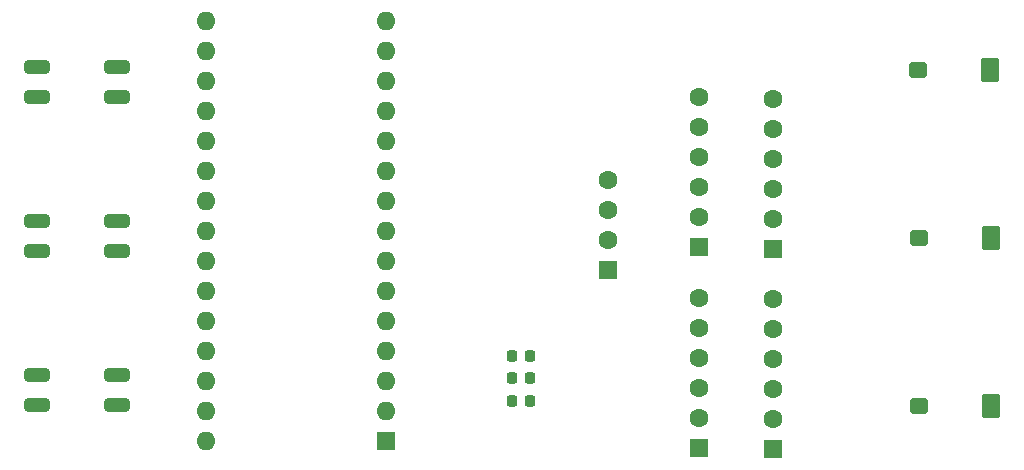
<source format=gbr>
%TF.GenerationSoftware,KiCad,Pcbnew,9.0.7*%
%TF.CreationDate,2026-01-06T11:15:33-08:00*%
%TF.ProjectId,v1.2,76312e32-2e6b-4696-9361-645f70636258,rev?*%
%TF.SameCoordinates,Original*%
%TF.FileFunction,Soldermask,Bot*%
%TF.FilePolarity,Negative*%
%FSLAX46Y46*%
G04 Gerber Fmt 4.6, Leading zero omitted, Abs format (unit mm)*
G04 Created by KiCad (PCBNEW 9.0.7) date 2026-01-06 11:15:33*
%MOMM*%
%LPD*%
G01*
G04 APERTURE LIST*
G04 Aperture macros list*
%AMRoundRect*
0 Rectangle with rounded corners*
0 $1 Rounding radius*
0 $2 $3 $4 $5 $6 $7 $8 $9 X,Y pos of 4 corners*
0 Add a 4 corners polygon primitive as box body*
4,1,4,$2,$3,$4,$5,$6,$7,$8,$9,$2,$3,0*
0 Add four circle primitives for the rounded corners*
1,1,$1+$1,$2,$3*
1,1,$1+$1,$4,$5*
1,1,$1+$1,$6,$7*
1,1,$1+$1,$8,$9*
0 Add four rect primitives between the rounded corners*
20,1,$1+$1,$2,$3,$4,$5,0*
20,1,$1+$1,$4,$5,$6,$7,0*
20,1,$1+$1,$6,$7,$8,$9,0*
20,1,$1+$1,$8,$9,$2,$3,0*%
G04 Aperture macros list end*
%ADD10RoundRect,0.187500X-0.562500X-0.862500X0.562500X-0.862500X0.562500X0.862500X-0.562500X0.862500X0*%
%ADD11RoundRect,0.162500X-0.587500X-0.487500X0.587500X-0.487500X0.587500X0.487500X-0.587500X0.487500X0*%
%ADD12RoundRect,0.175000X-0.525000X-0.825000X0.525000X-0.825000X0.525000X0.825000X-0.525000X0.825000X0*%
%ADD13RoundRect,0.150000X-0.550000X-0.450000X0.550000X-0.450000X0.550000X0.450000X-0.550000X0.450000X0*%
%ADD14RoundRect,0.250000X0.830000X0.310000X-0.830000X0.310000X-0.830000X-0.310000X0.830000X-0.310000X0*%
%ADD15C,1.600000*%
%ADD16R,1.600000X1.600000*%
%ADD17O,1.600000X1.600000*%
%ADD18RoundRect,0.225000X0.225000X0.250000X-0.225000X0.250000X-0.225000X-0.250000X0.225000X-0.250000X0*%
G04 APERTURE END LIST*
D10*
%TO.C,D2*%
X127100000Y-141700000D03*
D11*
X121000000Y-141700000D03*
D12*
X127100000Y-141700000D03*
D13*
X121000000Y-141700000D03*
%TD*%
D10*
%TO.C,D3*%
X127050000Y-113300000D03*
D11*
X120950000Y-113300000D03*
D12*
X127050000Y-113300000D03*
D13*
X120950000Y-113300000D03*
%TD*%
D10*
%TO.C,D4*%
X127100000Y-127500000D03*
D11*
X121000000Y-127500000D03*
D12*
X127100000Y-127500000D03*
D13*
X121000000Y-127500000D03*
%TD*%
D14*
%TO.C,SW3*%
X46335000Y-113030000D03*
X46335000Y-115570000D03*
X53065000Y-115570000D03*
X53065000Y-113030000D03*
%TD*%
D15*
%TO.C,J1*%
X94700000Y-122600000D03*
X94700000Y-125140000D03*
X94700000Y-127680000D03*
D16*
X94700000Y-130220000D03*
%TD*%
%TO.C,J4*%
X102400000Y-145300000D03*
D15*
X102400000Y-142760000D03*
X102400000Y-137680000D03*
X102400000Y-140220000D03*
X102400000Y-135140000D03*
X102400000Y-132600000D03*
%TD*%
D16*
%TO.C,J3*%
X108600000Y-145400000D03*
D15*
X108600000Y-142860000D03*
X108600000Y-137780000D03*
X108600000Y-140320000D03*
X108600000Y-135240000D03*
X108600000Y-132700000D03*
%TD*%
D16*
%TO.C,J2*%
X102400000Y-128300000D03*
D15*
X102400000Y-125760000D03*
X102400000Y-123220000D03*
X102400000Y-120680000D03*
X102400000Y-118140000D03*
X102400000Y-115600000D03*
%TD*%
D16*
%TO.C,J5*%
X108600000Y-128400000D03*
D15*
X108600000Y-125860000D03*
X108600000Y-123320000D03*
X108600000Y-120780000D03*
X108600000Y-118240000D03*
X108600000Y-115700000D03*
%TD*%
D16*
%TO.C,A1*%
X75840000Y-144660000D03*
D17*
X75840000Y-142120000D03*
X75840000Y-139580000D03*
X75840000Y-137040000D03*
X75840000Y-134500000D03*
X75840000Y-131960000D03*
X75840000Y-129420000D03*
X75840000Y-126880000D03*
X75840000Y-124340000D03*
X75840000Y-121800000D03*
X75840000Y-119260000D03*
X75840000Y-116720000D03*
X75840000Y-114180000D03*
X75840000Y-111640000D03*
X75840000Y-109100000D03*
X60600000Y-109100000D03*
X60600000Y-111640000D03*
X60600000Y-114180000D03*
X60600000Y-116720000D03*
X60600000Y-119260000D03*
X60600000Y-121800000D03*
X60600000Y-124340000D03*
X60600000Y-126880000D03*
X60600000Y-129420000D03*
X60600000Y-131960000D03*
X60600000Y-134500000D03*
X60600000Y-137040000D03*
X60600000Y-139580000D03*
X60600000Y-142120000D03*
X60600000Y-144660000D03*
%TD*%
D18*
%TO.C,C3*%
X88100000Y-139400000D03*
X86550000Y-139400000D03*
%TD*%
D14*
%TO.C,SW1*%
X53065000Y-139130000D03*
X53065000Y-141670000D03*
X46335000Y-141670000D03*
X46335000Y-139130000D03*
%TD*%
D18*
%TO.C,C1*%
X88100000Y-141300000D03*
X86550000Y-141300000D03*
%TD*%
D14*
%TO.C,SW2*%
X53065000Y-126030000D03*
X53065000Y-128570000D03*
X46335000Y-128570000D03*
X46335000Y-126030000D03*
%TD*%
D18*
%TO.C,C2*%
X88100000Y-137500000D03*
X86550000Y-137500000D03*
%TD*%
M02*

</source>
